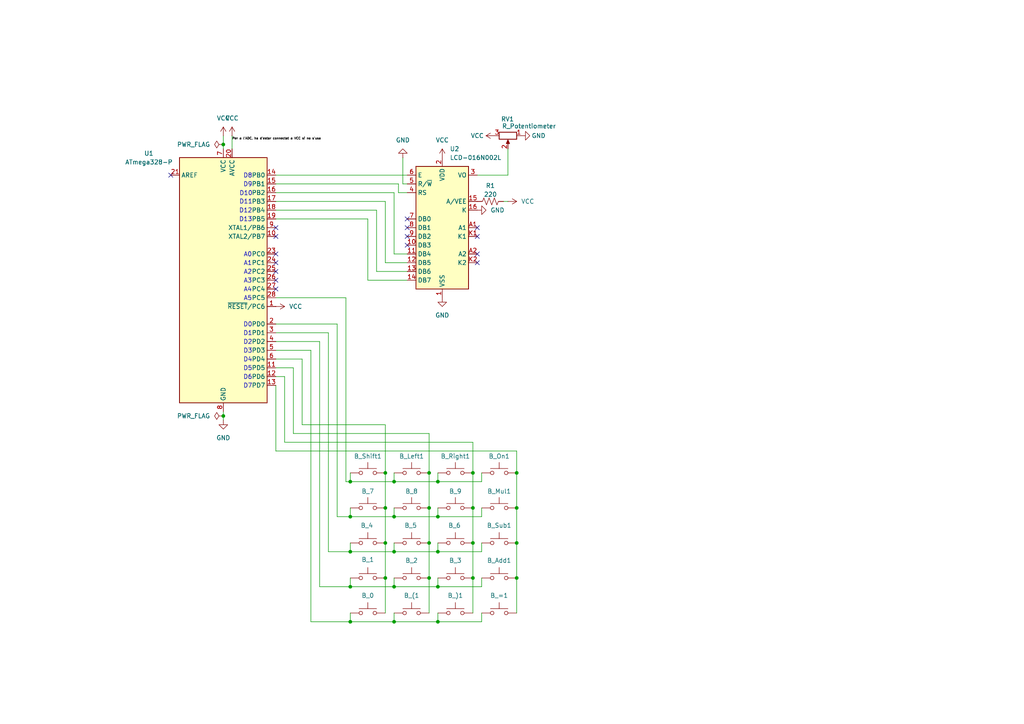
<source format=kicad_sch>
(kicad_sch (version 20231120) (generator "eeschema") (generator_version "8.0")
  (paper "A4")
  (title_block (title "Calculadorra") (rev "0"))
  (lib_symbols
    (symbol "Device:R_Potentiometer" (pin_names (offset 1.016) hide)
      (property "Reference" "RV" (at -4.445 0 90))
      (property "Value" "R_Potentiometer" (at -2.54 0 90))
      (symbol "R_Potentiometer_0_1"
        (polyline (pts (xy 2.54 0) (xy 1.524 0)))
        (polyline (pts (xy 1.143 0) (xy 2.286 0.508) (xy 2.286 -0.508) (xy 1.143 0)) (fill (type outline)))
        (rectangle (start 1.016 2.54) (end -1.016 -2.54) (stroke (width 0.254)))
      )
      (symbol "R_Potentiometer_1_1"
        (pin passive line (at 0 3.81 270) (length 1.27) (name "1") (number "1"))
        (pin passive line (at 3.81 0 180) (length 1.27) (name "2") (number "2"))
        (pin passive line (at 0 -3.81 90) (length 1.27) (name "3") (number "3"))
      )
    )
    (symbol "Device:R_US" (pin_numbers hide) (pin_names (offset 0))
      (property "Reference" "R" (at 2.54 0 90))
      (property "Value" "R_US" (at -2.54 0 90))
      (symbol "R_US_0_1"
        (polyline (pts (xy 0 -2.286) (xy 0 -2.54)))
        (polyline (pts (xy 0 2.286) (xy 0 2.54)))
        (polyline (pts (xy 0 -0.762) (xy 1.016 -1.143) (xy 0 -1.524) (xy -1.016 -1.905) (xy 0 -2.286)))
        (polyline (pts (xy 0 0.762) (xy 1.016 0.381) (xy 0 0) (xy -1.016 -0.381) (xy 0 -0.762)))
        (polyline (pts (xy 0 2.286) (xy 1.016 1.905) (xy 0 1.524) (xy -1.016 1.143) (xy 0 0.762)))
      )
      (symbol "R_US_1_1"
        (pin passive line (at 0 3.81 270) (length 1.27) (name "~") (number "1"))
        (pin passive line (at 0 -3.81 90) (length 1.27) (name "~") (number "2"))
      )
    )
    (symbol "Display_Character:LCD-016N002L"
      (property "Reference" "U" (at -6.35 18.796 0))
      (property "Value" "LCD-016N002L" (at 8.636 18.796 0))
      (symbol "LCD-016N002L_1_1"
        (rectangle (start -7.62 17.78) (end 7.62 -17.78) (stroke (width 0.254)) (fill (type background)))
        (pin power_in line (at 0 -20.32 90) (length 2.54) (name "VSS") (number "1"))
        (pin bidirectional line (at -10.16 -5.08 0) (length 2.54) (name "DB3") (number "10"))
        (pin bidirectional line (at -10.16 -7.62 0) (length 2.54) (name "DB4") (number "11"))
        (pin bidirectional line (at -10.16 -10.16 0) (length 2.54) (name "DB5") (number "12"))
        (pin bidirectional line (at -10.16 -12.7 0) (length 2.54) (name "DB6") (number "13"))
        (pin bidirectional line (at -10.16 -15.24 0) (length 2.54) (name "DB7") (number "14"))
        (pin power_in line (at 10.16 7.62 180) (length 2.54) (name "A/VEE") (number "15"))
        (pin power_in line (at 10.16 5.08 180) (length 2.54) (name "K") (number "16"))
        (pin power_in line (at 0 20.32 270) (length 2.54) (name "VDD") (number "2"))
        (pin input line (at 10.16 15.24 180) (length 2.54) (name "VO") (number "3"))
        (pin input line (at -10.16 10.16 0) (length 2.54) (name "RS") (number "4"))
        (pin input line (at -10.16 12.7 0) (length 2.54) (name "R/~{W}") (number "5"))
        (pin input line (at -10.16 15.24 0) (length 2.54) (name "E") (number "6"))
        (pin bidirectional line (at -10.16 2.54 0) (length 2.54) (name "DB0") (number "7"))
        (pin bidirectional line (at -10.16 0 0) (length 2.54) (name "DB1") (number "8"))
        (pin bidirectional line (at -10.16 -2.54 0) (length 2.54) (name "DB2") (number "9"))
        (pin power_in line (at 10.16 0 180) (length 2.54) (name "A1") (number "A1"))
        (pin power_in line (at 10.16 -7.62 180) (length 2.54) (name "A2") (number "A2"))
        (pin power_in line (at 10.16 -2.54 180) (length 2.54) (name "K1") (number "K1"))
        (pin power_in line (at 10.16 -10.16 180) (length 2.54) (name "K2") (number "K2"))
      )
    )
    (symbol "MCU_Microchip_ATmega:ATmega328-P"
      (property "Reference" "U" (at -12.7 36.83 0))
      (property "Value" "ATmega328-P" (at 2.54 -36.83 0))
      (symbol "ATmega328-P_0_1"
        (rectangle (start -12.7 -35.56) (end 12.7 35.56) (stroke (width 0.254)) (fill (type background)))
      )
      (symbol "ATmega328-P_1_1"
        (pin bidirectional line (at 15.24 -7.62 180) (length 2.54) (name "~{RESET}/PC6") (number "1"))
        (pin bidirectional line (at 15.24 12.7 180) (length 2.54) (name "XTAL2/PB7") (number "10"))
        (pin bidirectional line (at 15.24 -25.4 180) (length 2.54) (name "PD5") (number "11"))
        (pin bidirectional line (at 15.24 -27.94 180) (length 2.54) (name "PD6") (number "12"))
        (pin bidirectional line (at 15.24 -30.48 180) (length 2.54) (name "PD7") (number "13"))
        (pin bidirectional line (at 15.24 30.48 180) (length 2.54) (name "PB0") (number "14"))
        (pin bidirectional line (at 15.24 27.94 180) (length 2.54) (name "PB1") (number "15"))
        (pin bidirectional line (at 15.24 25.4 180) (length 2.54) (name "PB2") (number "16"))
        (pin bidirectional line (at 15.24 22.86 180) (length 2.54) (name "PB3") (number "17"))
        (pin bidirectional line (at 15.24 20.32 180) (length 2.54) (name "PB4") (number "18"))
        (pin bidirectional line (at 15.24 17.78 180) (length 2.54) (name "PB5") (number "19"))
        (pin bidirectional line (at 15.24 -12.7 180) (length 2.54) (name "PD0") (number "2"))
        (pin power_in line (at 2.54 38.1 270) (length 2.54) (name "AVCC") (number "20"))
        (pin passive line (at -15.24 30.48 0) (length 2.54) (name "AREF") (number "21"))
        (pin passive line (at 0 -38.1 90) (length 2.54) hide (name "GND") (number "22"))
        (pin bidirectional line (at 15.24 7.62 180) (length 2.54) (name "PC0") (number "23"))
        (pin bidirectional line (at 15.24 5.08 180) (length 2.54) (name "PC1") (number "24"))
        (pin bidirectional line (at 15.24 2.54 180) (length 2.54) (name "PC2") (number "25"))
        (pin bidirectional line (at 15.24 0 180) (length 2.54) (name "PC3") (number "26"))
        (pin bidirectional line (at 15.24 -2.54 180) (length 2.54) (name "PC4") (number "27"))
        (pin bidirectional line (at 15.24 -5.08 180) (length 2.54) (name "PC5") (number "28"))
        (pin bidirectional line (at 15.24 -15.24 180) (length 2.54) (name "PD1") (number "3"))
        (pin bidirectional line (at 15.24 -17.78 180) (length 2.54) (name "PD2") (number "4"))
        (pin bidirectional line (at 15.24 -20.32 180) (length 2.54) (name "PD3") (number "5"))
        (pin bidirectional line (at 15.24 -22.86 180) (length 2.54) (name "PD4") (number "6"))
        (pin power_in line (at 0 38.1 270) (length 2.54) (name "VCC") (number "7"))
        (pin power_in line (at 0 -38.1 90) (length 2.54) (name "GND") (number "8"))
        (pin bidirectional line (at 15.24 15.24 180) (length 2.54) (name "XTAL1/PB6") (number "9"))
      )
    )
    (symbol "Switch:SW_Push" (pin_numbers hide) (pin_names (offset 1.016) hide)
      (property "Reference" "SW" (at 1.27 2.54 0))
      (property "Value" "SW_Push" (at 0 -1.524 0))
      (symbol "SW_Push_0_1"
        (circle (center -2.032 0) (radius 0.508))
        (polyline (pts (xy 0 1.27) (xy 0 3.048)))
        (polyline (pts (xy 2.54 1.27) (xy -2.54 1.27)))
        (circle (center 2.032 0) (radius 0.508))
        (pin passive line (at -5.08 0 0) (length 2.54) (name "1") (number "1"))
        (pin passive line (at 5.08 0 180) (length 2.54) (name "2") (number "2"))
      )
    )
    (symbol "power:GND" (power) (pin_numbers hide) (pin_names (offset 0) hide)
      (property "Value" "GND" (at 0 -3.81 0))
      (symbol "GND_0_1"
        (polyline (pts (xy 0 0) (xy 0 -1.27) (xy 1.27 -1.27) (xy 0 -2.54) (xy -1.27 -1.27) (xy 0 -1.27)))
      )
      (symbol "GND_1_1"
        (pin power_in line (at 0 0 270) (length 0) (name "~") (number "1"))
      )
    )
    (symbol "power:PWR_FLAG" (power) (pin_numbers hide) (pin_names (offset 0) hide)
      (property "Value" "PWR_FLAG" (at 0 3.81 0))
      (symbol "PWR_FLAG_0_0"
        (pin power_out line (at 0 0 90) (length 0) (name "~") (number "1"))
      )
      (symbol "PWR_FLAG_0_1"
        (polyline (pts (xy 0 0) (xy 0 1.27) (xy -1.016 1.905) (xy 0 2.54) (xy 1.016 1.905) (xy 0 1.27)))
      )
    )
    (symbol "power:VCC" (power) (pin_numbers hide) (pin_names (offset 0) hide)
      (property "Value" "VCC" (at 0 3.556 0))
      (symbol "VCC_0_1"
        (polyline (pts (xy -0.762 1.27) (xy 0 2.54)))
        (polyline (pts (xy 0 0) (xy 0 2.54)))
        (polyline (pts (xy 0 2.54) (xy 0.762 1.27)))
      )
      (symbol "VCC_1_1"
        (pin power_in line (at 0 0 90) (length 0) (name "~") (number "1"))
      )
    )
  )
  (junction (at 111.76 137.16))
  (junction (at 127 139.7))
  (junction (at 114.3 170.18))
  (junction (at 124.46 167.64))
  (junction (at 149.86 137.16))
  (junction (at 114.3 149.86))
  (junction (at 114.3 139.7))
  (junction (at 149.86 147.32))
  (junction (at 101.6 160.02))
  (junction (at 124.46 137.16))
  (junction (at 137.16 147.32))
  (junction (at 114.3 180.34))
  (junction (at 114.3 160.02))
  (junction (at 127 180.34))
  (junction (at 101.6 149.86))
  (junction (at 101.6 139.7))
  (junction (at 111.76 147.32))
  (junction (at 101.6 180.34))
  (junction (at 124.46 147.32))
  (junction (at 127 170.18))
  (junction (at 64.77 41.91))
  (junction (at 137.16 137.16))
  (junction (at 111.76 167.64))
  (junction (at 64.77 120.65))
  (junction (at 101.6 170.18))
  (junction (at 137.16 157.48))
  (junction (at 149.86 167.64))
  (junction (at 137.16 167.64))
  (junction (at 111.76 157.48))
  (junction (at 149.86 157.48))
  (junction (at 124.46 157.48))
  (junction (at 127 149.86))
  (junction (at 127 160.02))
  (no_connect (at 80.01 81.28))
  (no_connect (at 118.11 63.5))
  (no_connect (at 138.43 73.66))
  (no_connect (at 80.01 78.74))
  (no_connect (at 80.01 73.66))
  (no_connect (at 138.43 68.58))
  (no_connect (at 118.11 71.12))
  (no_connect (at 138.43 66.04))
  (no_connect (at 49.53 50.8))
  (no_connect (at 118.11 66.04))
  (no_connect (at 138.43 76.2))
  (no_connect (at 80.01 66.04))
  (no_connect (at 118.11 68.58))
  (no_connect (at 80.01 83.82))
  (no_connect (at 80.01 68.58))
  (no_connect (at 80.01 76.2))
  (wire (pts (xy 92.71 170.18) (xy 101.6 170.18)))
  (wire (pts (xy 137.16 167.64) (xy 137.16 177.8)))
  (wire (pts (xy 127 149.86) (xy 139.7 149.86)))
  (wire (pts (xy 118.11 76.2) (xy 111.76 76.2)))
  (wire (pts (xy 118.11 81.28) (xy 106.68 81.28)))
  (wire (pts (xy 114.3 157.48) (xy 114.3 160.02)))
  (wire (pts (xy 127 170.18) (xy 139.7 170.18)))
  (wire (pts (xy 139.7 177.8) (xy 139.7 180.34)))
  (wire (pts (xy 118.11 55.88) (xy 115.57 55.88)))
  (wire (pts (xy 149.86 167.64) (xy 149.86 177.8)))
  (wire (pts (xy 101.6 139.7) (xy 114.3 139.7)))
  (wire (pts (xy 85.09 125.73) (xy 85.09 106.68)))
  (wire (pts (xy 64.77 119.38) (xy 64.77 120.65)))
  (wire (pts (xy 149.86 157.48) (xy 149.86 167.64)))
  (wire (pts (xy 100.33 86.36) (xy 80.01 86.36)))
  (wire (pts (xy 127 180.34) (xy 139.7 180.34)))
  (wire (pts (xy 115.57 55.88) (xy 115.57 53.34)))
  (wire (pts (xy 147.32 50.8) (xy 138.43 50.8)))
  (wire (pts (xy 114.3 170.18) (xy 127 170.18)))
  (wire (pts (xy 114.3 139.7) (xy 127 139.7)))
  (wire (pts (xy 109.22 78.74) (xy 109.22 60.96)))
  (wire (pts (xy 85.09 125.73) (xy 124.46 125.73)))
  (wire (pts (xy 80.01 96.52) (xy 95.25 96.52)))
  (wire (pts (xy 111.76 123.19) (xy 111.76 137.16)))
  (wire (pts (xy 127 137.16) (xy 127 139.7)))
  (wire (pts (xy 64.77 41.91) (xy 64.77 43.18)))
  (wire (pts (xy 92.71 170.18) (xy 92.71 99.06)))
  (wire (pts (xy 97.79 149.86) (xy 97.79 93.98)))
  (wire (pts (xy 149.86 147.32) (xy 149.86 157.48)))
  (wire (pts (xy 127 177.8) (xy 127 180.34)))
  (wire (pts (xy 139.7 137.16) (xy 139.7 139.7)))
  (wire (pts (xy 90.17 180.34) (xy 90.17 101.6)))
  (wire (pts (xy 106.68 63.5) (xy 80.01 63.5)))
  (wire (pts (xy 127 167.64) (xy 127 170.18)))
  (wire (pts (xy 106.68 81.28) (xy 106.68 63.5)))
  (wire (pts (xy 118.11 78.74) (xy 109.22 78.74)))
  (wire (pts (xy 127 147.32) (xy 127 149.86)))
  (wire (pts (xy 111.76 76.2) (xy 111.76 58.42)))
  (wire (pts (xy 114.3 177.8) (xy 114.3 180.34)))
  (wire (pts (xy 139.7 157.48) (xy 139.7 160.02)))
  (wire (pts (xy 124.46 147.32) (xy 124.46 157.48)))
  (wire (pts (xy 101.6 160.02) (xy 114.3 160.02)))
  (wire (pts (xy 114.3 137.16) (xy 114.3 139.7)))
  (wire (pts (xy 124.46 157.48) (xy 124.46 167.64)))
  (wire (pts (xy 80.01 93.98) (xy 97.79 93.98)))
  (wire (pts (xy 111.76 58.42) (xy 80.01 58.42)))
  (wire (pts (xy 95.25 160.02) (xy 101.6 160.02)))
  (wire (pts (xy 82.55 128.27) (xy 137.16 128.27)))
  (wire (pts (xy 101.6 137.16) (xy 101.6 139.7)))
  (wire (pts (xy 124.46 167.64) (xy 124.46 177.8)))
  (wire (pts (xy 64.77 120.65) (xy 64.77 121.92)))
  (wire (pts (xy 100.33 86.36) (xy 100.33 139.7)))
  (wire (pts (xy 87.63 123.19) (xy 87.63 104.14)))
  (wire (pts (xy 101.6 180.34) (xy 90.17 180.34)))
  (wire (pts (xy 149.86 130.81) (xy 149.86 137.16)))
  (wire (pts (xy 127 157.48) (xy 127 160.02)))
  (wire (pts (xy 80.01 99.06) (xy 92.71 99.06)))
  (wire (pts (xy 87.63 123.19) (xy 111.76 123.19)))
  (wire (pts (xy 127 139.7) (xy 139.7 139.7)))
  (wire (pts (xy 118.11 73.66) (xy 114.3 73.66)))
  (wire (pts (xy 111.76 147.32) (xy 111.76 157.48)))
  (wire (pts (xy 111.76 157.48) (xy 111.76 167.64)))
  (wire (pts (xy 149.86 137.16) (xy 149.86 147.32)))
  (wire (pts (xy 139.7 147.32) (xy 139.7 149.86)))
  (wire (pts (xy 114.3 167.64) (xy 114.3 170.18)))
  (wire (pts (xy 114.3 147.32) (xy 114.3 149.86)))
  (wire (pts (xy 67.31 39.37) (xy 67.31 43.18)))
  (wire (pts (xy 137.16 128.27) (xy 137.16 137.16)))
  (wire (pts (xy 87.63 104.14) (xy 80.01 104.14)))
  (wire (pts (xy 127 160.02) (xy 139.7 160.02)))
  (wire (pts (xy 82.55 128.27) (xy 82.55 109.22)))
  (wire (pts (xy 114.3 160.02) (xy 127 160.02)))
  (wire (pts (xy 114.3 149.86) (xy 127 149.86)))
  (wire (pts (xy 124.46 125.73) (xy 124.46 137.16)))
  (wire (pts (xy 111.76 167.64) (xy 111.76 177.8)))
  (wire (pts (xy 116.84 53.34) (xy 118.11 53.34)))
  (wire (pts (xy 137.16 147.32) (xy 137.16 157.48)))
  (wire (pts (xy 116.84 45.72) (xy 116.84 53.34)))
  (wire (pts (xy 95.25 160.02) (xy 95.25 96.52)))
  (wire (pts (xy 101.6 177.8) (xy 101.6 180.34)))
  (wire (pts (xy 146.05 58.42) (xy 147.32 58.42)))
  (wire (pts (xy 114.3 55.88) (xy 114.3 73.66)))
  (wire (pts (xy 82.55 109.22) (xy 80.01 109.22)))
  (wire (pts (xy 80.01 50.8) (xy 118.11 50.8)))
  (wire (pts (xy 101.6 157.48) (xy 101.6 160.02)))
  (wire (pts (xy 101.6 170.18) (xy 114.3 170.18)))
  (wire (pts (xy 85.09 106.68) (xy 80.01 106.68)))
  (wire (pts (xy 109.22 60.96) (xy 80.01 60.96)))
  (wire (pts (xy 90.17 101.6) (xy 80.01 101.6)))
  (wire (pts (xy 149.86 130.81) (xy 80.01 130.81)))
  (wire (pts (xy 137.16 157.48) (xy 137.16 167.64)))
  (wire (pts (xy 101.6 180.34) (xy 114.3 180.34)))
  (wire (pts (xy 124.46 137.16) (xy 124.46 147.32)))
  (wire (pts (xy 101.6 147.32) (xy 101.6 149.86)))
  (wire (pts (xy 115.57 53.34) (xy 80.01 53.34)))
  (wire (pts (xy 64.77 39.37) (xy 64.77 41.91)))
  (wire (pts (xy 147.32 43.18) (xy 147.32 50.8)))
  (wire (pts (xy 114.3 180.34) (xy 127 180.34)))
  (wire (pts (xy 80.01 130.81) (xy 80.01 111.76)))
  (wire (pts (xy 101.6 167.64) (xy 101.6 170.18)))
  (wire (pts (xy 100.33 139.7) (xy 101.6 139.7)))
  (wire (pts (xy 80.01 55.88) (xy 114.3 55.88)))
  (wire (pts (xy 137.16 137.16) (xy 137.16 147.32)))
  (wire (pts (xy 111.76 137.16) (xy 111.76 147.32)))
  (wire (pts (xy 139.7 167.64) (xy 139.7 170.18)))
  (wire (pts (xy 101.6 149.86) (xy 114.3 149.86)))
  (wire (pts (xy 97.79 149.86) (xy 101.6 149.86)))
  (text "D11" (at 71.3163 58.6163 0) (effects (font (size 1.27 1.27))))
  (text "D4" (at 71.882 104.394 0) (effects (font (size 1.27 1.27))))
  (text "D13" (at 71.2559 63.7354 0) (effects (font (size 1.27 1.27))))
  (text "D9" (at 71.882 53.594 0) (effects (font (size 1.27 1.27))))
  (text "D3" (at 71.882 101.854 0) (effects (font (size 1.27 1.27))))
  (text "D12" (at 71.2596 61.1947 0) (effects (font (size 1.27 1.27))))
  (text "D1" (at 71.882 96.774 0) (effects (font (size 1.27 1.27))))
  (text "A1" (at 71.882 76.454 0) (effects (font (size 1.27 1.27))))
  (text "D0" (at 71.882 94.234 0) (effects (font (size 1.27 1.27))))
  (text "D7" (at 71.882 112.014 0) (effects (font (size 1.27 1.27))))
  (text "D8" (at 71.882 51.054 0) (effects (font (size 1.27 1.27))))
  (text "A0\n" (at 71.882 73.914 0) (effects (font (size 1.27 1.27))))
  (text "A3" (at 71.882 81.534 0) (effects (font (size 1.27 1.27))))
  (text "A4" (at 71.882 84.074 0) (effects (font (size 1.27 1.27))))
  (text "D6" (at 71.882 109.474 0) (effects (font (size 1.27 1.27))))
  (text "D10" (at 71.3446 56.1795 0) (effects (font (size 1.27 1.27))))
  (text "D5" (at 71.882 106.934 0) (effects (font (size 1.27 1.27))))
  (text "A5" (at 71.882 86.614 0) (effects (font (size 1.27 1.27))))
  (text "D2" (at 71.882 99.314 0) (effects (font (size 1.27 1.27))))
  (text "A2" (at 71.882 78.994 0) (effects (font (size 1.27 1.27))))
  (label "Per a l'ADC, ha d'estar connectat a VCC si no s'usa" (at 67.31 40.64 0) (effects (font (size 0.635 0.635))))
  (symbol (lib_id "Device:R_US") (at 142.24 58.42 90) (unit 1)
    (property "Reference" "R1" (at 142.24 53.848 90))
    (property "Value" "220" (at 142.24 56.388 90))
    (property "Footprint" "OptoDevice:R_LDR_4.9x4.2mm_P2.54mm_Vertical" (effects (hide yes)))
    (property "Description" "Resistor, US symbol" (effects (hide yes)))
  )
  (symbol (lib_id "Device:R_Potentiometer") (at 147.32 39.37 270) (unit 1)
    (property "Reference" "RV1" (at 149.098 34.544 90) (effects (justify right)))
    (property "Value" "R_Potentiometer" (at 161.29 36.576 90) (effects (justify right)))
    (property "Footprint" "Potentiometer_SMD:Potentiometer_ACP_CA6-VSMD_Vertical_Hole" (effects (hide yes)))
    (property "Description" "Potentiometer" (effects (hide yes)))
  )
  (symbol (lib_id "Switch:SW_Push") (at 106.68 157.48 0) (unit 1)
    (property "Reference" "B_4" (at 106.426 152.4 0))
    (property "Value" "SW_Push" (effects (hide yes)))
    (property "Footprint" "Button_Switch_Keyboard:SW_Cherry_MX_1.00u_PCB" (effects (hide yes)))
    (property "Description" "Push button switch, generic, two pins" (effects (hide yes)))
  )
  (symbol (lib_id "Switch:SW_Push") (at 119.38 137.16 0) (unit 1)
    (property "Reference" "B_Left1" (at 119.38 132.334 0))
    (property "Value" "SW_Push" (effects (hide yes)))
    (property "Footprint" "Button_Switch_Keyboard:SW_Cherry_MX_1.00u_PCB" (effects (hide yes)))
    (property "Description" "Push button switch, generic, two pins" (effects (hide yes)))
  )
  (symbol (lib_id "Switch:SW_Push") (at 106.68 147.32 0) (unit 1)
    (property "Reference" "B_7" (at 106.68 142.494 0))
    (property "Value" "SW_Push" (effects (hide yes)))
    (property "Footprint" "Button_Switch_Keyboard:SW_Cherry_MX_1.00u_PCB" (effects (hide yes)))
    (property "Description" "Push button switch, generic, two pins" (effects (hide yes)))
  )
  (symbol (lib_id "power:VCC") (at 80.01 88.9 270) (unit 1)
    (property "Reference" "#PWR03" (effects (hide yes)))
    (property "Value" "VCC" (at 83.82 88.8999 90) (effects (justify left)))
    (property "Description" "Power symbol creates a global label with name \"VCC\"" (effects (hide yes)))
  )
  (symbol (lib_id "Switch:SW_Push") (at 132.08 157.48 0) (unit 1)
    (property "Reference" "B_6" (at 131.826 152.4 0))
    (property "Value" "SW_Push" (effects (hide yes)))
    (property "Footprint" "Button_Switch_Keyboard:SW_Cherry_MX_1.00u_PCB" (effects (hide yes)))
    (property "Description" "Push button switch, generic, two pins" (effects (hide yes)))
  )
  (symbol (lib_id "Switch:SW_Push") (at 132.08 167.64 0) (unit 1)
    (property "Reference" "B_3" (at 132.08 162.56 0))
    (property "Value" "SW_Push" (effects (hide yes)))
    (property "Footprint" "Button_Switch_Keyboard:SW_Cherry_MX_1.00u_PCB" (effects (hide yes)))
    (property "Description" "Push button switch, generic, two pins" (effects (hide yes)))
  )
  (symbol (lib_id "Switch:SW_Push") (at 132.08 137.16 0) (unit 1)
    (property "Reference" "B_Right1" (at 132.08 132.334 0))
    (property "Value" "SW_Push" (effects (hide yes)))
    (property "Footprint" "Button_Switch_Keyboard:SW_Cherry_MX_1.00u_PCB" (effects (hide yes)))
    (property "Description" "Push button switch, generic, two pins" (effects (hide yes)))
  )
  (symbol (lib_id "Switch:SW_Push") (at 144.78 177.8 0) (unit 1)
    (property "Reference" "B_=1" (at 144.78 172.72 0))
    (property "Value" "SW_Push" (effects (hide yes)))
    (property "Footprint" "Button_Switch_Keyboard:SW_Cherry_MX_1.00u_PCB" (effects (hide yes)))
    (property "Description" "Push button switch, generic, two pins" (effects (hide yes)))
  )
  (symbol (lib_id "power:GND") (at 116.84 45.72 180) (unit 1)
    (property "Reference" "#PWR09" (effects (hide yes)))
    (property "Value" "GND" (at 116.84 40.64 0))
    (property "Description" "Power symbol creates a global label with name \"GND\" , ground" (effects (hide yes)))
  )
  (symbol (lib_id "Switch:SW_Push") (at 144.78 157.48 0) (unit 1)
    (property "Reference" "B_Sub1" (at 144.78 152.4 0))
    (property "Value" "SW_Push" (effects (hide yes)))
    (property "Footprint" "Button_Switch_Keyboard:SW_Cherry_MX_1.00u_PCB" (effects (hide yes)))
    (property "Description" "Push button switch, generic, two pins" (effects (hide yes)))
  )
  (symbol (lib_id "power:VCC") (at 128.27 45.72 0) (unit 1)
    (property "Reference" "#PWR04" (effects (hide yes)))
    (property "Value" "VCC" (at 128.27 40.64 0))
    (property "Description" "Power symbol creates a global label with name \"VCC\"" (effects (hide yes)))
  )
  (symbol (lib_id "Switch:SW_Push") (at 119.38 147.32 0) (unit 1)
    (property "Reference" "B_8" (at 119.38 142.494 0))
    (property "Value" "SW_Push" (effects (hide yes)))
    (property "Footprint" "Button_Switch_Keyboard:SW_Cherry_MX_1.00u_PCB" (effects (hide yes)))
    (property "Description" "Push button switch, generic, two pins" (effects (hide yes)))
  )
  (symbol (lib_id "power:GND") (at 151.13 39.37 90) (unit 1)
    (property "Reference" "#PWR07" (effects (hide yes)))
    (property "Value" "GND" (at 156.21 39.37 90))
    (property "Description" "Power symbol creates a global label with name \"GND\" , ground" (effects (hide yes)))
  )
  (symbol (lib_id "Switch:SW_Push") (at 144.78 147.32 0) (unit 1)
    (property "Reference" "B_Mul1" (at 144.78 142.494 0))
    (property "Value" "SW_Push" (effects (hide yes)))
    (property "Footprint" "Button_Switch_Keyboard:SW_Cherry_MX_1.00u_PCB" (effects (hide yes)))
    (property "Description" "Push button switch, generic, two pins" (effects (hide yes)))
  )
  (symbol (lib_id "power:VCC") (at 143.51 39.37 90) (unit 1)
    (property "Reference" "#PWR06" (effects (hide yes)))
    (property "Value" "VCC" (at 138.43 39.37 90))
    (property "Description" "Power symbol creates a global label with name \"VCC\"" (effects (hide yes)))
  )
  (symbol (lib_id "Switch:SW_Push") (at 144.78 167.64 0) (unit 1)
    (property "Reference" "B_Add1" (at 144.78 162.56 0))
    (property "Value" "SW_Push" (effects (hide yes)))
    (property "Footprint" "Button_Switch_Keyboard:SW_Cherry_MX_1.00u_PCB" (effects (hide yes)))
    (property "Description" "Push button switch, generic, two pins" (effects (hide yes)))
  )
  (symbol (lib_id "power:GND") (at 64.77 121.92 0) (unit 1)
    (property "Reference" "#PWR02" (effects (hide yes)))
    (property "Value" "GND" (at 64.77 127 0))
    (property "Description" "Power symbol creates a global label with name \"GND\" , ground" (effects (hide yes)))
  )
  (symbol (lib_id "power:VCC") (at 67.31 39.37 0) (unit 1)
    (property "Reference" "#PWR011" (effects (hide yes)))
    (property "Value" "VCC" (at 67.31 34.29 0))
    (property "Description" "Power symbol creates a global label with name \"VCC\"" (effects (hide yes)))
  )
  (symbol (lib_id "power:PWR_FLAG") (at 64.77 120.65 90) (unit 1)
    (property "Reference" "#FLG02" (effects (hide yes)))
    (property "Value" "PWR_FLAG" (at 60.96 120.6499 90) (effects (justify left)))
    (property "Description" "Special symbol for telling ERC where power comes from" (effects (hide yes)))
  )
  (symbol (lib_id "power:VCC") (at 147.32 58.42 270) (unit 1)
    (property "Reference" "#PWR010" (effects (hide yes)))
    (property "Value" "VCC" (at 151.13 58.4199 90) (effects (justify left)))
    (property "Description" "Power symbol creates a global label with name \"VCC\"" (effects (hide yes)))
  )
  (symbol (lib_id "Switch:SW_Push") (at 119.38 167.64 0) (unit 1)
    (property "Reference" "B_2" (at 119.38 162.56 0))
    (property "Value" "SW_Push" (effects (hide yes)))
    (property "Footprint" "Button_Switch_Keyboard:SW_Cherry_MX_1.00u_PCB" (effects (hide yes)))
    (property "Description" "Push button switch, generic, two pins" (effects (hide yes)))
  )
  (symbol (lib_id "Switch:SW_Push") (at 132.08 177.8 0) (unit 1)
    (property "Reference" "B_)1" (at 132.08 172.72 0))
    (property "Value" "SW_Push" (effects (hide yes)))
    (property "Footprint" "Button_Switch_Keyboard:SW_Cherry_MX_1.00u_PCB" (effects (hide yes)))
    (property "Description" "Push button switch, generic, two pins" (effects (hide yes)))
  )
  (symbol (lib_id "Switch:SW_Push") (at 144.78 137.16 0) (unit 1)
    (property "Reference" "B_On1" (at 144.78 132.334 0))
    (property "Value" "SW_Push" (effects (hide yes)))
    (property "Footprint" "Button_Switch_Keyboard:SW_Cherry_MX_1.00u_PCB" (effects (hide yes)))
    (property "Description" "Push button switch, generic, two pins" (effects (hide yes)))
  )
  (symbol (lib_id "Switch:SW_Push") (at 106.68 177.8 0) (unit 1)
    (property "Reference" "B_0" (at 106.68 172.72 0))
    (property "Value" "SW_Push" (effects (hide yes)))
    (property "Footprint" "Button_Switch_Keyboard:SW_Cherry_MX_1.00u_PCB" (effects (hide yes)))
    (property "Description" "Push button switch, generic, two pins" (effects (hide yes)))
  )
  (symbol (lib_id "power:VCC") (at 64.77 39.37 0) (unit 1)
    (property "Reference" "#PWR01" (effects (hide yes)))
    (property "Value" "VCC" (at 64.77 34.29 0))
    (property "Description" "Power symbol creates a global label with name \"VCC\"" (effects (hide yes)))
  )
  (symbol (lib_id "Display_Character:LCD-016N002L") (at 128.27 66.04 0) (unit 1)
    (property "Reference" "U2" (at 130.4641 43.18 0) (effects (justify left)))
    (property "Value" "LCD-016N002L" (at 130.4641 45.72 0) (effects (justify left)))
    (property "Footprint" "Display:LCD-016N002L" (effects (hide yes)))
    (property "Datasheet" "http://www.vishay.com/docs/37299/37299.pdf" (effects (hide yes)))
    (property "Description" "LCD 12x2, 8 bit parallel bus, 3V or 5V VDD" (effects (hide yes)))
  )
  (symbol (lib_id "Switch:SW_Push") (at 106.68 137.16 0) (unit 1)
    (property "Reference" "B_Shift1" (at 106.68 132.334 0))
    (property "Value" "SW_Push" (effects (hide yes)))
    (property "Footprint" "Button_Switch_Keyboard:SW_Cherry_MX_1.00u_PCB" (effects (hide yes)))
    (property "Description" "Push button switch, generic, two pins" (effects (hide yes)))
  )
  (symbol (lib_id "MCU_Microchip_ATmega:ATmega328-P") (at 64.77 81.28 0) (unit 1)
    (property "Reference" "U1" (at 43.18 44.4814 0))
    (property "Value" "ATmega328-P" (at 43.18 47.0214 0))
    (property "Footprint" "Package_DIP:DIP-28_W7.62mm" (effects (hide yes)))
    (property "Datasheet" "http://ww1.microchip.com/downloads/en/DeviceDoc/ATmega328_P%20AVR%20MCU%20with%20picoPower%20Technology%20Data%20Sheet%2040001984A.pdf" (effects (hide yes)))
    (property "Description" "20MHz, 32kB Flash, 2kB SRAM, 1kB EEPROM, DIP-28" (effects (hide yes)))
  )
  (symbol (lib_id "power:GND") (at 138.43 60.96 90) (unit 1)
    (property "Reference" "#PWR08" (effects (hide yes)))
    (property "Value" "GND" (at 142.24 60.9599 90) (effects (justify right)))
    (property "Description" "Power symbol creates a global label with name \"GND\" , ground" (effects (hide yes)))
  )
  (symbol (lib_id "Switch:SW_Push") (at 119.38 157.48 0) (unit 1)
    (property "Reference" "B_5" (at 119.126 152.4 0))
    (property "Value" "SW_Push" (effects (hide yes)))
    (property "Footprint" "Button_Switch_Keyboard:SW_Cherry_MX_1.00u_PCB" (effects (hide yes)))
    (property "Description" "Push button switch, generic, two pins" (effects (hide yes)))
  )
  (symbol (lib_id "Switch:SW_Push") (at 106.68 167.64 0) (unit 1)
    (property "Reference" "B_1" (at 106.68 162.306 0))
    (property "Value" "SW_Push" (effects (hide yes)))
    (property "Footprint" "Button_Switch_Keyboard:SW_Cherry_MX_1.00u_PCB" (effects (hide yes)))
    (property "Description" "Push button switch, generic, two pins" (effects (hide yes)))
  )
  (symbol (lib_id "power:GND") (at 128.27 86.36 0) (unit 1)
    (property "Reference" "#PWR05" (effects (hide yes)))
    (property "Value" "GND" (at 128.27 91.44 0))
    (property "Description" "Power symbol creates a global label with name \"GND\" , ground" (effects (hide yes)))
  )
  (symbol (lib_id "Switch:SW_Push") (at 119.38 177.8 0) (unit 1)
    (property "Reference" "B_(1" (at 119.38 172.72 0))
    (property "Value" "SW_Push" (effects (hide yes)))
    (property "Footprint" "Button_Switch_Keyboard:SW_Cherry_MX_1.00u_PCB" (effects (hide yes)))
    (property "Description" "Push button switch, generic, two pins" (effects (hide yes)))
  )
  (symbol (lib_id "Switch:SW_Push") (at 132.08 147.32 0) (unit 1)
    (property "Reference" "B_9" (at 132.08 142.494 0))
    (property "Value" "SW_Push" (effects (hide yes)))
    (property "Footprint" "Button_Switch_Keyboard:SW_Cherry_MX_1.00u_PCB" (effects (hide yes)))
    (property "Description" "Push button switch, generic, two pins" (effects (hide yes)))
  )
  (symbol (lib_id "power:PWR_FLAG") (at 64.77 41.91 90) (unit 1)
    (property "Reference" "#FLG01" (effects (hide yes)))
    (property "Value" "PWR_FLAG" (at 60.96 41.9099 90) (effects (justify left)))
    (property "Description" "Special symbol for telling ERC where power comes from" (effects (hide yes)))
  )
)
</source>
